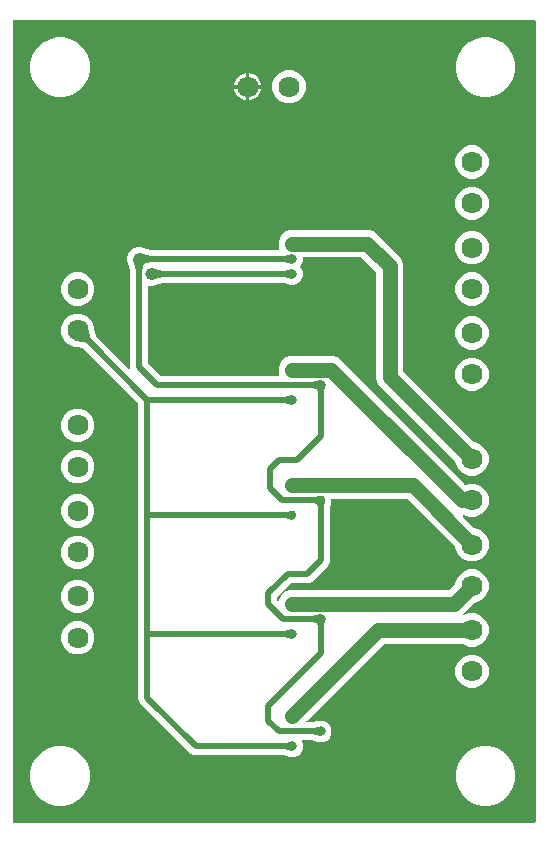
<source format=gbr>
G04 EAGLE Gerber RS-274X export*
G75*
%MOMM*%
%FSLAX34Y34*%
%LPD*%
%INBottom Copper*%
%IPPOS*%
%AMOC8*
5,1,8,0,0,1.08239X$1,22.5*%
G01*
%ADD10C,1.790700*%
%ADD11C,1.270000*%
%ADD12C,1.006400*%
%ADD13C,0.806400*%
%ADD14C,0.508000*%
%ADD15C,0.756400*%
%ADD16C,0.956400*%

G36*
X451798Y10164D02*
X451798Y10164D01*
X451817Y10162D01*
X451919Y10184D01*
X452021Y10200D01*
X452038Y10210D01*
X452058Y10214D01*
X452147Y10267D01*
X452238Y10316D01*
X452252Y10330D01*
X452269Y10340D01*
X452336Y10419D01*
X452408Y10494D01*
X452416Y10512D01*
X452429Y10527D01*
X452468Y10623D01*
X452511Y10717D01*
X452513Y10737D01*
X452521Y10755D01*
X452539Y10922D01*
X452539Y689078D01*
X452536Y689098D01*
X452538Y689117D01*
X452516Y689219D01*
X452500Y689321D01*
X452490Y689338D01*
X452486Y689358D01*
X452433Y689447D01*
X452384Y689538D01*
X452370Y689552D01*
X452360Y689569D01*
X452281Y689636D01*
X452206Y689708D01*
X452188Y689716D01*
X452173Y689729D01*
X452077Y689768D01*
X451983Y689811D01*
X451963Y689813D01*
X451945Y689821D01*
X451778Y689839D01*
X10922Y689839D01*
X10902Y689836D01*
X10883Y689838D01*
X10781Y689816D01*
X10679Y689800D01*
X10662Y689790D01*
X10642Y689786D01*
X10553Y689733D01*
X10462Y689684D01*
X10448Y689670D01*
X10431Y689660D01*
X10364Y689581D01*
X10292Y689506D01*
X10284Y689488D01*
X10271Y689473D01*
X10232Y689377D01*
X10189Y689283D01*
X10187Y689263D01*
X10179Y689245D01*
X10161Y689078D01*
X10161Y10922D01*
X10164Y10902D01*
X10162Y10883D01*
X10184Y10781D01*
X10200Y10679D01*
X10210Y10662D01*
X10214Y10642D01*
X10267Y10553D01*
X10316Y10462D01*
X10330Y10448D01*
X10340Y10431D01*
X10419Y10364D01*
X10494Y10292D01*
X10512Y10284D01*
X10527Y10271D01*
X10623Y10232D01*
X10717Y10189D01*
X10737Y10187D01*
X10755Y10179D01*
X10922Y10161D01*
X451778Y10161D01*
X451798Y10164D01*
G37*
%LPC*%
G36*
X245322Y65793D02*
X245322Y65793D01*
X245310Y65794D01*
X245299Y65799D01*
X245132Y65817D01*
X244567Y65817D01*
X243539Y66243D01*
X243507Y66251D01*
X243437Y66277D01*
X239511Y67285D01*
X239499Y67286D01*
X239488Y67291D01*
X239321Y67309D01*
X163584Y67309D01*
X160783Y68469D01*
X117237Y112015D01*
X116077Y114816D01*
X116077Y364828D01*
X116063Y364918D01*
X116055Y365009D01*
X116043Y365039D01*
X116038Y365071D01*
X115995Y365152D01*
X115959Y365235D01*
X115933Y365268D01*
X115922Y365288D01*
X115899Y365310D01*
X115854Y365366D01*
X69550Y411671D01*
X69543Y411675D01*
X69538Y411682D01*
X69443Y411748D01*
X69350Y411814D01*
X69342Y411817D01*
X69335Y411821D01*
X69177Y411875D01*
X68244Y412082D01*
X64812Y412843D01*
X64812Y412844D01*
X63316Y413175D01*
X63315Y413175D01*
X63314Y413176D01*
X63310Y413176D01*
X63149Y413194D01*
X61978Y413194D01*
X60595Y413767D01*
X60564Y413774D01*
X60468Y413807D01*
X60251Y413855D01*
X60132Y413939D01*
X60130Y413940D01*
X60127Y413941D01*
X59985Y414020D01*
X56820Y415330D01*
X52872Y419278D01*
X50736Y424436D01*
X50736Y430020D01*
X52872Y435178D01*
X56820Y439126D01*
X61978Y441262D01*
X67562Y441262D01*
X72720Y439126D01*
X76668Y435178D01*
X77978Y432013D01*
X77981Y432010D01*
X78058Y431868D01*
X78143Y431746D01*
X78191Y431530D01*
X78203Y431501D01*
X78231Y431403D01*
X78804Y430020D01*
X78804Y428849D01*
X78805Y428845D01*
X78807Y428824D01*
X78805Y428809D01*
X78812Y428778D01*
X78822Y428684D01*
X80123Y422821D01*
X80126Y422814D01*
X80126Y422805D01*
X80171Y422700D01*
X80214Y422593D01*
X80219Y422587D01*
X80223Y422579D01*
X80327Y422448D01*
X107920Y394856D01*
X107978Y394814D01*
X108030Y394764D01*
X108077Y394742D01*
X108119Y394712D01*
X108188Y394691D01*
X108253Y394661D01*
X108305Y394655D01*
X108355Y394640D01*
X108426Y394642D01*
X108497Y394634D01*
X108548Y394645D01*
X108600Y394646D01*
X108668Y394671D01*
X108738Y394686D01*
X108782Y394713D01*
X108831Y394730D01*
X108887Y394775D01*
X108949Y394812D01*
X108983Y394852D01*
X109023Y394884D01*
X109062Y394944D01*
X109109Y394999D01*
X109128Y395047D01*
X109156Y395091D01*
X109174Y395161D01*
X109201Y395227D01*
X109209Y395298D01*
X109217Y395330D01*
X109215Y395353D01*
X109219Y395394D01*
X109219Y477496D01*
X109216Y477519D01*
X109218Y477542D01*
X109190Y477707D01*
X107292Y484294D01*
X107279Y484320D01*
X107263Y484374D01*
X106727Y485668D01*
X106727Y486144D01*
X106724Y486167D01*
X106726Y486190D01*
X106702Y486329D01*
X106722Y486510D01*
X106721Y486539D01*
X106727Y486596D01*
X106727Y489692D01*
X108267Y493408D01*
X111112Y496253D01*
X114828Y497793D01*
X117925Y497793D01*
X117953Y497797D01*
X118010Y497798D01*
X118192Y497818D01*
X118209Y497811D01*
X118376Y497793D01*
X118852Y497793D01*
X120146Y497257D01*
X120174Y497250D01*
X120227Y497228D01*
X126813Y495330D01*
X126836Y495328D01*
X126857Y495319D01*
X127024Y495301D01*
X234972Y495301D01*
X235017Y495308D01*
X235063Y495306D01*
X235138Y495328D01*
X235215Y495340D01*
X235255Y495362D01*
X235299Y495375D01*
X235363Y495419D01*
X235432Y495456D01*
X235464Y495489D01*
X235502Y495515D01*
X235548Y495578D01*
X235602Y495634D01*
X235621Y495676D01*
X235648Y495712D01*
X235672Y495786D01*
X235705Y495857D01*
X235710Y495903D01*
X235724Y495946D01*
X235724Y496024D01*
X235732Y496101D01*
X235723Y496146D01*
X235722Y496192D01*
X235684Y496324D01*
X235680Y496342D01*
X235677Y496346D01*
X235675Y496353D01*
X234949Y498106D01*
X234949Y502654D01*
X236690Y506855D01*
X239905Y510070D01*
X244106Y511811D01*
X312154Y511811D01*
X316355Y510070D01*
X338620Y487805D01*
X340361Y483604D01*
X340361Y393162D01*
X340375Y393072D01*
X340383Y392981D01*
X340395Y392951D01*
X340400Y392919D01*
X340443Y392839D01*
X340479Y392755D01*
X340505Y392723D01*
X340516Y392702D01*
X340539Y392680D01*
X340584Y392624D01*
X400688Y332519D01*
X400762Y332466D01*
X400832Y332407D01*
X400862Y332394D01*
X400888Y332376D01*
X400975Y332349D01*
X401060Y332315D01*
X401101Y332310D01*
X401123Y332303D01*
X401155Y332304D01*
X401227Y332296D01*
X401572Y332296D01*
X406730Y330160D01*
X410678Y326212D01*
X412814Y321054D01*
X412814Y315470D01*
X410678Y310312D01*
X406730Y306364D01*
X401572Y304228D01*
X395988Y304228D01*
X390830Y306364D01*
X386882Y310312D01*
X384746Y315470D01*
X384746Y315815D01*
X384731Y315906D01*
X384724Y315996D01*
X384711Y316026D01*
X384706Y316058D01*
X384663Y316139D01*
X384628Y316223D01*
X384602Y316255D01*
X384591Y316276D01*
X384568Y316298D01*
X384523Y316354D01*
X322562Y378314D01*
X322562Y378315D01*
X319240Y381637D01*
X317499Y385838D01*
X317499Y476280D01*
X317485Y476370D01*
X317477Y476461D01*
X317465Y476491D01*
X317460Y476523D01*
X317417Y476603D01*
X317381Y476687D01*
X317355Y476719D01*
X317344Y476740D01*
X317321Y476762D01*
X317276Y476818D01*
X305368Y488726D01*
X305294Y488779D01*
X305225Y488839D01*
X305195Y488851D01*
X305168Y488870D01*
X305082Y488897D01*
X304997Y488931D01*
X304956Y488935D01*
X304933Y488942D01*
X304901Y488941D01*
X304830Y488949D01*
X256254Y488949D01*
X256234Y488946D01*
X256215Y488948D01*
X256113Y488926D01*
X256011Y488910D01*
X255994Y488900D01*
X255974Y488896D01*
X255885Y488843D01*
X255794Y488794D01*
X255780Y488780D01*
X255763Y488770D01*
X255696Y488691D01*
X255624Y488616D01*
X255616Y488598D01*
X255603Y488583D01*
X255564Y488487D01*
X255521Y488393D01*
X255519Y488373D01*
X255511Y488355D01*
X255493Y488188D01*
X255493Y485867D01*
X254105Y482518D01*
X253456Y481868D01*
X253444Y481852D01*
X253428Y481840D01*
X253372Y481752D01*
X253312Y481669D01*
X253306Y481650D01*
X253295Y481633D01*
X253270Y481532D01*
X253240Y481433D01*
X253240Y481414D01*
X253235Y481394D01*
X253243Y481291D01*
X253246Y481188D01*
X253253Y481169D01*
X253255Y481149D01*
X253295Y481054D01*
X253331Y480957D01*
X253343Y480941D01*
X253351Y480923D01*
X253456Y480792D01*
X254105Y480142D01*
X255493Y476793D01*
X255493Y473167D01*
X254105Y469818D01*
X251542Y467255D01*
X248193Y465867D01*
X246273Y465867D01*
X246241Y465862D01*
X246166Y465860D01*
X245582Y465777D01*
X245322Y465843D01*
X245310Y465844D01*
X245299Y465849D01*
X245132Y465867D01*
X244567Y465867D01*
X243539Y466293D01*
X243507Y466301D01*
X243437Y466327D01*
X239510Y467335D01*
X239499Y467336D01*
X239488Y467341D01*
X239321Y467359D01*
X137184Y467359D01*
X137161Y467356D01*
X137138Y467358D01*
X136973Y467330D01*
X130386Y465432D01*
X130360Y465419D01*
X130306Y465403D01*
X129012Y464867D01*
X128536Y464867D01*
X128513Y464864D01*
X128490Y464866D01*
X128351Y464842D01*
X128170Y464862D01*
X128141Y464861D01*
X128084Y464867D01*
X125222Y464867D01*
X125202Y464864D01*
X125183Y464866D01*
X125081Y464844D01*
X124979Y464828D01*
X124962Y464818D01*
X124942Y464814D01*
X124853Y464761D01*
X124762Y464712D01*
X124748Y464698D01*
X124731Y464688D01*
X124664Y464609D01*
X124592Y464534D01*
X124584Y464516D01*
X124571Y464501D01*
X124532Y464405D01*
X124489Y464311D01*
X124487Y464291D01*
X124479Y464273D01*
X124461Y464106D01*
X124461Y399712D01*
X124475Y399622D01*
X124483Y399531D01*
X124495Y399501D01*
X124500Y399469D01*
X124543Y399388D01*
X124579Y399305D01*
X124605Y399272D01*
X124616Y399252D01*
X124639Y399230D01*
X124684Y399174D01*
X135014Y388844D01*
X135088Y388791D01*
X135157Y388731D01*
X135187Y388719D01*
X135213Y388700D01*
X135300Y388673D01*
X135385Y388639D01*
X135426Y388635D01*
X135448Y388628D01*
X135481Y388629D01*
X135552Y388621D01*
X234972Y388621D01*
X235017Y388628D01*
X235063Y388626D01*
X235138Y388648D01*
X235215Y388660D01*
X235255Y388682D01*
X235299Y388695D01*
X235363Y388739D01*
X235432Y388776D01*
X235464Y388809D01*
X235502Y388835D01*
X235548Y388898D01*
X235602Y388954D01*
X235621Y388996D01*
X235648Y389032D01*
X235672Y389106D01*
X235705Y389177D01*
X235710Y389223D01*
X235724Y389266D01*
X235724Y389344D01*
X235732Y389421D01*
X235723Y389466D01*
X235722Y389512D01*
X235684Y389644D01*
X235680Y389662D01*
X235677Y389666D01*
X235675Y389673D01*
X234949Y391426D01*
X234949Y395974D01*
X236690Y400175D01*
X239905Y403390D01*
X244106Y405131D01*
X281674Y405131D01*
X285875Y403390D01*
X392824Y296442D01*
X392918Y296374D01*
X393012Y296304D01*
X393018Y296302D01*
X393023Y296298D01*
X393134Y296264D01*
X393246Y296228D01*
X393252Y296228D01*
X393258Y296226D01*
X393375Y296229D01*
X393492Y296230D01*
X393499Y296232D01*
X393504Y296232D01*
X393522Y296239D01*
X393653Y296277D01*
X395988Y297244D01*
X401572Y297244D01*
X406730Y295108D01*
X410678Y291160D01*
X412814Y286002D01*
X412814Y280418D01*
X410678Y275260D01*
X406730Y271312D01*
X401572Y269176D01*
X395988Y269176D01*
X392104Y270785D01*
X392009Y270807D01*
X391916Y270836D01*
X391890Y270835D01*
X391864Y270841D01*
X391768Y270832D01*
X391670Y270829D01*
X391646Y270820D01*
X391620Y270818D01*
X391530Y270778D01*
X391439Y270745D01*
X391419Y270728D01*
X391395Y270718D01*
X391323Y270652D01*
X391247Y270591D01*
X391233Y270569D01*
X391214Y270551D01*
X391167Y270466D01*
X391114Y270384D01*
X391108Y270359D01*
X391095Y270336D01*
X391078Y270240D01*
X391054Y270146D01*
X391056Y270120D01*
X391051Y270094D01*
X391066Y269997D01*
X391073Y269900D01*
X391083Y269876D01*
X391087Y269851D01*
X391131Y269764D01*
X391169Y269674D01*
X391190Y269649D01*
X391199Y269631D01*
X391222Y269608D01*
X391274Y269543D01*
X400688Y260129D01*
X400762Y260076D01*
X400832Y260017D01*
X400862Y260004D01*
X400888Y259986D01*
X400975Y259959D01*
X401060Y259925D01*
X401101Y259920D01*
X401123Y259913D01*
X401155Y259914D01*
X401227Y259906D01*
X401572Y259906D01*
X406730Y257770D01*
X410678Y253822D01*
X412814Y248664D01*
X412814Y243080D01*
X410678Y237922D01*
X406730Y233974D01*
X401572Y231838D01*
X395988Y231838D01*
X390830Y233974D01*
X386882Y237922D01*
X384746Y243080D01*
X384746Y243425D01*
X384731Y243516D01*
X384724Y243606D01*
X384711Y243636D01*
X384706Y243668D01*
X384663Y243749D01*
X384628Y243833D01*
X384602Y243865D01*
X384591Y243886D01*
X384568Y243908D01*
X384523Y243964D01*
X344230Y284256D01*
X344156Y284309D01*
X344087Y284369D01*
X344057Y284381D01*
X344030Y284400D01*
X343944Y284427D01*
X343859Y284461D01*
X343818Y284465D01*
X343795Y284472D01*
X343763Y284471D01*
X343692Y284479D01*
X280134Y284479D01*
X280114Y284476D01*
X280095Y284478D01*
X279993Y284456D01*
X279891Y284440D01*
X279874Y284430D01*
X279854Y284426D01*
X279765Y284373D01*
X279674Y284324D01*
X279660Y284310D01*
X279643Y284300D01*
X279576Y284221D01*
X279504Y284146D01*
X279496Y284128D01*
X279483Y284113D01*
X279444Y284017D01*
X279401Y283923D01*
X279399Y283903D01*
X279391Y283885D01*
X279373Y283718D01*
X279373Y283335D01*
X279378Y283302D01*
X279382Y283218D01*
X279480Y282586D01*
X279394Y282235D01*
X279394Y282228D01*
X279391Y282222D01*
X279373Y282055D01*
X279373Y281447D01*
X278982Y280504D01*
X278974Y280471D01*
X278946Y280392D01*
X278152Y277134D01*
X278152Y277127D01*
X278149Y277121D01*
X278131Y276954D01*
X278131Y230894D01*
X276971Y228093D01*
X263397Y214519D01*
X260596Y213359D01*
X246042Y213359D01*
X245952Y213345D01*
X245861Y213337D01*
X245831Y213325D01*
X245799Y213320D01*
X245718Y213277D01*
X245635Y213241D01*
X245602Y213215D01*
X245582Y213204D01*
X245560Y213181D01*
X245504Y213136D01*
X233904Y201536D01*
X233851Y201462D01*
X233791Y201393D01*
X233779Y201363D01*
X233760Y201337D01*
X233733Y201250D01*
X233699Y201165D01*
X233695Y201124D01*
X233688Y201102D01*
X233689Y201069D01*
X233681Y200998D01*
X233681Y199052D01*
X233695Y198962D01*
X233703Y198871D01*
X233715Y198841D01*
X233720Y198809D01*
X233763Y198729D01*
X233799Y198645D01*
X233825Y198612D01*
X233836Y198592D01*
X233859Y198570D01*
X233904Y198514D01*
X234031Y198387D01*
X234068Y198360D01*
X234099Y198326D01*
X234167Y198288D01*
X234230Y198243D01*
X234274Y198230D01*
X234315Y198207D01*
X234391Y198194D01*
X234465Y198171D01*
X234511Y198172D01*
X234557Y198164D01*
X234634Y198175D01*
X234711Y198177D01*
X234754Y198193D01*
X234800Y198199D01*
X234869Y198235D01*
X234942Y198261D01*
X234978Y198290D01*
X235019Y198311D01*
X235074Y198367D01*
X235134Y198415D01*
X235159Y198454D01*
X235191Y198487D01*
X235257Y198606D01*
X235267Y198622D01*
X235269Y198627D01*
X235272Y198634D01*
X236690Y202055D01*
X239905Y205270D01*
X244106Y207011D01*
X378490Y207011D01*
X378580Y207025D01*
X378671Y207033D01*
X378701Y207045D01*
X378733Y207050D01*
X378813Y207093D01*
X378897Y207129D01*
X378929Y207155D01*
X378950Y207166D01*
X378972Y207189D01*
X379028Y207234D01*
X384523Y212728D01*
X384576Y212802D01*
X384635Y212872D01*
X384648Y212902D01*
X384666Y212928D01*
X384693Y213015D01*
X384727Y213100D01*
X384732Y213141D01*
X384739Y213163D01*
X384738Y213195D01*
X384746Y213267D01*
X384746Y213612D01*
X386882Y218770D01*
X390830Y222718D01*
X395988Y224854D01*
X401572Y224854D01*
X406730Y222718D01*
X410678Y218770D01*
X412814Y213612D01*
X412814Y208028D01*
X410678Y202870D01*
X406730Y198922D01*
X401572Y196786D01*
X401227Y196786D01*
X401136Y196771D01*
X401046Y196764D01*
X401016Y196751D01*
X400984Y196746D01*
X400903Y196703D01*
X400819Y196668D01*
X400787Y196642D01*
X400766Y196631D01*
X400744Y196608D01*
X400688Y196563D01*
X393338Y189212D01*
X393337Y189212D01*
X391274Y187149D01*
X391217Y187070D01*
X391155Y186995D01*
X391146Y186970D01*
X391131Y186949D01*
X391102Y186856D01*
X391067Y186765D01*
X391066Y186739D01*
X391058Y186714D01*
X391061Y186617D01*
X391057Y186519D01*
X391064Y186494D01*
X391065Y186468D01*
X391098Y186377D01*
X391125Y186283D01*
X391140Y186262D01*
X391149Y186237D01*
X391210Y186161D01*
X391266Y186081D01*
X391287Y186065D01*
X391303Y186045D01*
X391385Y185992D01*
X391463Y185934D01*
X391488Y185926D01*
X391510Y185912D01*
X391604Y185888D01*
X391697Y185858D01*
X391723Y185858D01*
X391748Y185852D01*
X391845Y185860D01*
X391943Y185860D01*
X391974Y185870D01*
X391994Y185871D01*
X392024Y185884D01*
X392104Y185907D01*
X395988Y187516D01*
X401572Y187516D01*
X406730Y185380D01*
X410678Y181432D01*
X412814Y176274D01*
X412814Y170690D01*
X410678Y165532D01*
X406730Y161584D01*
X401572Y159448D01*
X395988Y159448D01*
X390830Y161584D01*
X390586Y161828D01*
X390512Y161881D01*
X390443Y161941D01*
X390413Y161953D01*
X390387Y161972D01*
X390300Y161999D01*
X390215Y162033D01*
X390174Y162037D01*
X390151Y162044D01*
X390119Y162043D01*
X390048Y162051D01*
X324582Y162051D01*
X324492Y162037D01*
X324401Y162029D01*
X324371Y162017D01*
X324339Y162012D01*
X324259Y161969D01*
X324175Y161933D01*
X324143Y161907D01*
X324122Y161896D01*
X324100Y161873D01*
X324044Y161828D01*
X258766Y96550D01*
X258724Y96492D01*
X258675Y96440D01*
X258653Y96393D01*
X258622Y96351D01*
X258601Y96282D01*
X258571Y96217D01*
X258565Y96165D01*
X258550Y96115D01*
X258552Y96044D01*
X258544Y95973D01*
X258555Y95922D01*
X258556Y95870D01*
X258581Y95802D01*
X258596Y95732D01*
X258623Y95687D01*
X258641Y95639D01*
X258686Y95583D01*
X258722Y95521D01*
X258762Y95487D01*
X258794Y95447D01*
X258855Y95408D01*
X258909Y95361D01*
X258957Y95342D01*
X259001Y95314D01*
X259071Y95296D01*
X259137Y95269D01*
X259209Y95261D01*
X259240Y95253D01*
X259263Y95255D01*
X259304Y95251D01*
X263451Y95251D01*
X263463Y95253D01*
X263474Y95251D01*
X263640Y95275D01*
X267567Y96283D01*
X267597Y96296D01*
X267669Y96317D01*
X268697Y96743D01*
X269263Y96743D01*
X269274Y96745D01*
X269286Y96743D01*
X269452Y96767D01*
X269712Y96833D01*
X270296Y96750D01*
X270329Y96751D01*
X270403Y96743D01*
X272323Y96743D01*
X275672Y95355D01*
X278235Y92792D01*
X279623Y89443D01*
X279623Y85817D01*
X278235Y82468D01*
X275672Y79905D01*
X272323Y78517D01*
X270403Y78517D01*
X270371Y78512D01*
X270296Y78510D01*
X269712Y78427D01*
X269452Y78493D01*
X269440Y78494D01*
X269429Y78499D01*
X269262Y78517D01*
X268697Y78517D01*
X267669Y78943D01*
X267637Y78951D01*
X267567Y78977D01*
X263640Y79985D01*
X263629Y79986D01*
X263618Y79991D01*
X263451Y80009D01*
X255279Y80009D01*
X255234Y80002D01*
X255188Y80004D01*
X255113Y79982D01*
X255036Y79970D01*
X254996Y79948D01*
X254952Y79935D01*
X254888Y79891D01*
X254819Y79854D01*
X254787Y79821D01*
X254749Y79795D01*
X254703Y79733D01*
X254649Y79676D01*
X254630Y79634D01*
X254603Y79598D01*
X254579Y79524D01*
X254546Y79453D01*
X254541Y79407D01*
X254527Y79364D01*
X254527Y79286D01*
X254519Y79209D01*
X254528Y79164D01*
X254529Y79118D01*
X254567Y78986D01*
X254571Y78968D01*
X254574Y78964D01*
X254576Y78957D01*
X255493Y76743D01*
X255493Y73117D01*
X254105Y69768D01*
X251542Y67205D01*
X248193Y65817D01*
X246273Y65817D01*
X246241Y65812D01*
X246166Y65810D01*
X245582Y65727D01*
X245322Y65793D01*
G37*
%LPD*%
%LPC*%
G36*
X406848Y624839D02*
X406848Y624839D01*
X400448Y626554D01*
X394711Y629866D01*
X390026Y634551D01*
X386714Y640288D01*
X384999Y646688D01*
X384999Y653312D01*
X386714Y659712D01*
X390026Y665449D01*
X394711Y670134D01*
X400448Y673446D01*
X406848Y675161D01*
X413472Y675161D01*
X419872Y673446D01*
X425609Y670134D01*
X430294Y665449D01*
X433606Y659712D01*
X435321Y653312D01*
X435321Y646688D01*
X433606Y640288D01*
X430294Y634551D01*
X425609Y629866D01*
X419872Y626554D01*
X413472Y624839D01*
X406848Y624839D01*
G37*
%LPD*%
%LPC*%
G36*
X46688Y624839D02*
X46688Y624839D01*
X40288Y626554D01*
X34551Y629866D01*
X29866Y634551D01*
X26554Y640288D01*
X24839Y646688D01*
X24839Y653312D01*
X26554Y659712D01*
X29866Y665449D01*
X34551Y670134D01*
X40288Y673446D01*
X46688Y675161D01*
X53312Y675161D01*
X59712Y673446D01*
X65449Y670134D01*
X70134Y665449D01*
X73446Y659712D01*
X75161Y653312D01*
X75161Y646688D01*
X73446Y640288D01*
X70134Y634551D01*
X65449Y629866D01*
X59712Y626554D01*
X53312Y624839D01*
X46688Y624839D01*
G37*
%LPD*%
%LPC*%
G36*
X406848Y24839D02*
X406848Y24839D01*
X400448Y26554D01*
X394711Y29866D01*
X390026Y34551D01*
X386714Y40288D01*
X384999Y46688D01*
X384999Y53312D01*
X386714Y59712D01*
X390026Y65449D01*
X394711Y70134D01*
X400448Y73446D01*
X406848Y75161D01*
X413472Y75161D01*
X419872Y73446D01*
X425609Y70134D01*
X430294Y65449D01*
X433606Y59712D01*
X435321Y53312D01*
X435321Y46688D01*
X433606Y40288D01*
X430294Y34551D01*
X425609Y29866D01*
X419872Y26554D01*
X413472Y24839D01*
X406848Y24839D01*
G37*
%LPD*%
%LPC*%
G36*
X46688Y24839D02*
X46688Y24839D01*
X40288Y26554D01*
X34551Y29866D01*
X29866Y34551D01*
X26554Y40288D01*
X24839Y46688D01*
X24839Y53312D01*
X26554Y59712D01*
X29866Y65449D01*
X34551Y70134D01*
X40288Y73446D01*
X46688Y75161D01*
X53312Y75161D01*
X59712Y73446D01*
X65449Y70134D01*
X70134Y65449D01*
X73446Y59712D01*
X75161Y53312D01*
X75161Y46688D01*
X73446Y40288D01*
X70134Y34551D01*
X65449Y29866D01*
X59712Y26554D01*
X53312Y24839D01*
X46688Y24839D01*
G37*
%LPD*%
%LPC*%
G36*
X241048Y619406D02*
X241048Y619406D01*
X235890Y621542D01*
X231942Y625490D01*
X229806Y630648D01*
X229806Y636232D01*
X231942Y641390D01*
X235890Y645338D01*
X241048Y647474D01*
X246632Y647474D01*
X251790Y645338D01*
X255738Y641390D01*
X257874Y636232D01*
X257874Y630648D01*
X255738Y625490D01*
X251790Y621542D01*
X246632Y619406D01*
X241048Y619406D01*
G37*
%LPD*%
%LPC*%
G36*
X395988Y555688D02*
X395988Y555688D01*
X390830Y557824D01*
X386882Y561772D01*
X384746Y566930D01*
X384746Y572514D01*
X386882Y577672D01*
X390830Y581620D01*
X395988Y583756D01*
X401572Y583756D01*
X406730Y581620D01*
X410678Y577672D01*
X412814Y572514D01*
X412814Y566930D01*
X410678Y561772D01*
X406730Y557824D01*
X401572Y555688D01*
X395988Y555688D01*
G37*
%LPD*%
%LPC*%
G36*
X395988Y520636D02*
X395988Y520636D01*
X390830Y522772D01*
X386882Y526720D01*
X384746Y531878D01*
X384746Y537462D01*
X386882Y542620D01*
X390830Y546568D01*
X395988Y548704D01*
X401572Y548704D01*
X406730Y546568D01*
X410678Y542620D01*
X412814Y537462D01*
X412814Y531878D01*
X410678Y526720D01*
X406730Y522772D01*
X401572Y520636D01*
X395988Y520636D01*
G37*
%LPD*%
%LPC*%
G36*
X395988Y483298D02*
X395988Y483298D01*
X390830Y485434D01*
X386882Y489382D01*
X384746Y494540D01*
X384746Y500124D01*
X386882Y505282D01*
X390830Y509230D01*
X395988Y511366D01*
X401572Y511366D01*
X406730Y509230D01*
X410678Y505282D01*
X412814Y500124D01*
X412814Y494540D01*
X410678Y489382D01*
X406730Y485434D01*
X401572Y483298D01*
X395988Y483298D01*
G37*
%LPD*%
%LPC*%
G36*
X61978Y448246D02*
X61978Y448246D01*
X56820Y450382D01*
X52872Y454330D01*
X50736Y459488D01*
X50736Y465072D01*
X52872Y470230D01*
X56820Y474178D01*
X61978Y476314D01*
X67562Y476314D01*
X72720Y474178D01*
X76668Y470230D01*
X78804Y465072D01*
X78804Y459488D01*
X76668Y454330D01*
X72720Y450382D01*
X67562Y448246D01*
X61978Y448246D01*
G37*
%LPD*%
%LPC*%
G36*
X395988Y448246D02*
X395988Y448246D01*
X390830Y450382D01*
X386882Y454330D01*
X384746Y459488D01*
X384746Y465072D01*
X386882Y470230D01*
X390830Y474178D01*
X395988Y476314D01*
X401572Y476314D01*
X406730Y474178D01*
X410678Y470230D01*
X412814Y465072D01*
X412814Y459488D01*
X410678Y454330D01*
X406730Y450382D01*
X401572Y448246D01*
X395988Y448246D01*
G37*
%LPD*%
%LPC*%
G36*
X395988Y410908D02*
X395988Y410908D01*
X390830Y413044D01*
X386882Y416992D01*
X384746Y422150D01*
X384746Y427734D01*
X386882Y432892D01*
X390830Y436840D01*
X395988Y438976D01*
X401572Y438976D01*
X406730Y436840D01*
X410678Y432892D01*
X412814Y427734D01*
X412814Y422150D01*
X410678Y416992D01*
X406730Y413044D01*
X401572Y410908D01*
X395988Y410908D01*
G37*
%LPD*%
%LPC*%
G36*
X395988Y375856D02*
X395988Y375856D01*
X390830Y377992D01*
X386882Y381940D01*
X384746Y387098D01*
X384746Y392682D01*
X386882Y397840D01*
X390830Y401788D01*
X395988Y403924D01*
X401572Y403924D01*
X406730Y401788D01*
X410678Y397840D01*
X412814Y392682D01*
X412814Y387098D01*
X410678Y381940D01*
X406730Y377992D01*
X401572Y375856D01*
X395988Y375856D01*
G37*
%LPD*%
%LPC*%
G36*
X61978Y332676D02*
X61978Y332676D01*
X56820Y334812D01*
X52872Y338760D01*
X50736Y343918D01*
X50736Y349502D01*
X52872Y354660D01*
X56820Y358608D01*
X61978Y360744D01*
X67562Y360744D01*
X72720Y358608D01*
X76668Y354660D01*
X78804Y349502D01*
X78804Y343918D01*
X76668Y338760D01*
X72720Y334812D01*
X67562Y332676D01*
X61978Y332676D01*
G37*
%LPD*%
%LPC*%
G36*
X61978Y297624D02*
X61978Y297624D01*
X56820Y299760D01*
X52872Y303708D01*
X50736Y308866D01*
X50736Y314450D01*
X52872Y319608D01*
X56820Y323556D01*
X61978Y325692D01*
X67562Y325692D01*
X72720Y323556D01*
X76668Y319608D01*
X78804Y314450D01*
X78804Y308866D01*
X76668Y303708D01*
X72720Y299760D01*
X67562Y297624D01*
X61978Y297624D01*
G37*
%LPD*%
%LPC*%
G36*
X61978Y260286D02*
X61978Y260286D01*
X56820Y262422D01*
X52872Y266370D01*
X50736Y271528D01*
X50736Y277112D01*
X52872Y282270D01*
X56820Y286218D01*
X61978Y288354D01*
X67562Y288354D01*
X72720Y286218D01*
X76668Y282270D01*
X78804Y277112D01*
X78804Y271528D01*
X76668Y266370D01*
X72720Y262422D01*
X67562Y260286D01*
X61978Y260286D01*
G37*
%LPD*%
%LPC*%
G36*
X61978Y225234D02*
X61978Y225234D01*
X56820Y227370D01*
X52872Y231318D01*
X50736Y236476D01*
X50736Y242060D01*
X52872Y247218D01*
X56820Y251166D01*
X61978Y253302D01*
X67562Y253302D01*
X72720Y251166D01*
X76668Y247218D01*
X78804Y242060D01*
X78804Y236476D01*
X76668Y231318D01*
X72720Y227370D01*
X67562Y225234D01*
X61978Y225234D01*
G37*
%LPD*%
%LPC*%
G36*
X61978Y187896D02*
X61978Y187896D01*
X56820Y190032D01*
X52872Y193980D01*
X50736Y199138D01*
X50736Y204722D01*
X52872Y209880D01*
X56820Y213828D01*
X61978Y215964D01*
X67562Y215964D01*
X72720Y213828D01*
X76668Y209880D01*
X78804Y204722D01*
X78804Y199138D01*
X76668Y193980D01*
X72720Y190032D01*
X67562Y187896D01*
X61978Y187896D01*
G37*
%LPD*%
%LPC*%
G36*
X61978Y152844D02*
X61978Y152844D01*
X56820Y154980D01*
X52872Y158928D01*
X50736Y164086D01*
X50736Y169670D01*
X52872Y174828D01*
X56820Y178776D01*
X61978Y180912D01*
X67562Y180912D01*
X72720Y178776D01*
X76668Y174828D01*
X78804Y169670D01*
X78804Y164086D01*
X76668Y158928D01*
X72720Y154980D01*
X67562Y152844D01*
X61978Y152844D01*
G37*
%LPD*%
%LPC*%
G36*
X395988Y124396D02*
X395988Y124396D01*
X390830Y126532D01*
X386882Y130480D01*
X384746Y135638D01*
X384746Y141222D01*
X386882Y146380D01*
X390830Y150328D01*
X395988Y152464D01*
X401572Y152464D01*
X406730Y150328D01*
X410678Y146380D01*
X412814Y141222D01*
X412814Y135638D01*
X410678Y130480D01*
X406730Y126532D01*
X401572Y124396D01*
X395988Y124396D01*
G37*
%LPD*%
%LPC*%
G36*
X210311Y634963D02*
X210311Y634963D01*
X210311Y644836D01*
X211480Y644651D01*
X213200Y644092D01*
X214812Y643271D01*
X216276Y642207D01*
X217555Y640928D01*
X218619Y639464D01*
X219440Y637852D01*
X219999Y636132D01*
X220184Y634963D01*
X210311Y634963D01*
G37*
%LPD*%
%LPC*%
G36*
X197392Y634963D02*
X197392Y634963D01*
X197577Y636132D01*
X198136Y637852D01*
X198957Y639464D01*
X200021Y640928D01*
X201300Y642207D01*
X202764Y643271D01*
X204376Y644092D01*
X206096Y644651D01*
X207265Y644836D01*
X207265Y634963D01*
X197392Y634963D01*
G37*
%LPD*%
%LPC*%
G36*
X210311Y631917D02*
X210311Y631917D01*
X220184Y631917D01*
X219999Y630748D01*
X219440Y629028D01*
X218619Y627416D01*
X217555Y625952D01*
X216276Y624673D01*
X214812Y623609D01*
X213200Y622788D01*
X211480Y622229D01*
X210311Y622044D01*
X210311Y631917D01*
G37*
%LPD*%
%LPC*%
G36*
X206096Y622229D02*
X206096Y622229D01*
X204376Y622788D01*
X202764Y623609D01*
X201300Y624673D01*
X200021Y625952D01*
X198957Y627416D01*
X198136Y629028D01*
X197577Y630748D01*
X197392Y631917D01*
X207265Y631917D01*
X207265Y622044D01*
X206096Y622229D01*
G37*
%LPD*%
%LPC*%
G36*
X208787Y633439D02*
X208787Y633439D01*
X208787Y633441D01*
X208789Y633441D01*
X208789Y633439D01*
X208787Y633439D01*
G37*
%LPD*%
D10*
X64770Y462280D03*
X64770Y427228D03*
X64770Y346710D03*
X64770Y311658D03*
X64770Y274320D03*
X64770Y239268D03*
X398780Y210820D03*
X398780Y245872D03*
X398780Y283210D03*
X398780Y318262D03*
X398780Y389890D03*
X398780Y424942D03*
X398780Y462280D03*
X398780Y497332D03*
X398780Y534670D03*
X398780Y569722D03*
X243840Y633440D03*
X208788Y633440D03*
X64770Y201930D03*
X64770Y166878D03*
X398780Y138430D03*
X398780Y173482D03*
D11*
X398780Y318262D02*
X397002Y320040D01*
X328930Y481330D02*
X309880Y500380D01*
X246380Y500380D01*
D12*
X246380Y500380D03*
D11*
X328930Y388112D02*
X398780Y318262D01*
X328930Y388112D02*
X328930Y481330D01*
D13*
X246380Y474980D03*
D12*
X127000Y474980D03*
D14*
X136000Y474980D01*
X240380Y474980D01*
X246380Y474980D01*
D13*
X246380Y368300D03*
D14*
X123698Y368300D02*
X73211Y418787D01*
X64770Y427228D01*
X240380Y368300D02*
X246380Y368300D01*
X240380Y368300D02*
X123698Y368300D01*
D15*
X246380Y270510D03*
D14*
X241130Y270510D01*
X125730Y270510D01*
X123698Y272542D01*
X123698Y368300D01*
D13*
X246380Y170180D03*
D14*
X240380Y170180D01*
X123698Y170180D01*
X123698Y272542D01*
D13*
X246380Y74930D03*
D14*
X240380Y74930D01*
X165100Y74930D01*
X123698Y116332D02*
X123698Y170180D01*
X123698Y116332D02*
X165100Y74930D01*
X246009Y473535D02*
X240380Y474980D01*
X246009Y473535D02*
X246380Y474980D01*
X246009Y476425D02*
X240380Y474980D01*
X246009Y476425D02*
X246380Y474980D01*
X136000Y474980D02*
X127690Y477375D01*
X127000Y474980D01*
X127690Y472585D02*
X136000Y474980D01*
X127690Y472585D02*
X127000Y474980D01*
X240380Y368300D02*
X246009Y366855D01*
X246380Y368300D01*
X246009Y369745D02*
X240380Y368300D01*
X246009Y369745D02*
X246380Y368300D01*
X241130Y270510D02*
X246086Y269303D01*
X246380Y270510D01*
X246086Y271717D02*
X241130Y270510D01*
X246086Y271717D02*
X246380Y270510D01*
X240380Y170180D02*
X246009Y168735D01*
X246380Y170180D01*
X246009Y171625D02*
X240380Y170180D01*
X246009Y171625D02*
X246380Y170180D01*
X240380Y74930D02*
X246009Y73485D01*
X246380Y74930D01*
X246009Y76375D02*
X240380Y74930D01*
X246009Y76375D02*
X246380Y74930D01*
X73211Y418787D02*
X71031Y428617D01*
X64770Y427228D01*
X63381Y420967D02*
X73211Y418787D01*
X63381Y420967D02*
X64770Y427228D01*
D12*
X116840Y487680D03*
D14*
X125840Y487680D01*
D13*
X246380Y487680D03*
D14*
X240380Y487680D02*
X125840Y487680D01*
X240380Y487680D02*
X246380Y487680D01*
D13*
X270510Y381000D03*
D15*
X270510Y283210D03*
D14*
X265260Y283210D01*
X237490Y283210D01*
X227330Y293370D01*
X227330Y309880D01*
X234950Y317500D01*
X250190Y317500D01*
X270510Y337820D01*
X270510Y375000D01*
X270510Y381000D01*
D13*
X270510Y182880D03*
D14*
X264510Y182880D01*
X238760Y182880D01*
X226060Y195580D01*
X226060Y204470D01*
X242570Y220980D02*
X259080Y220980D01*
X270510Y232410D01*
X270510Y277960D01*
X270510Y283210D01*
X242570Y220980D02*
X226060Y204470D01*
D13*
X270510Y87630D03*
D14*
X264510Y87630D01*
X234950Y87630D01*
X226060Y96520D01*
X226060Y109220D01*
X270510Y153670D02*
X270510Y176880D01*
X270510Y182880D01*
X270510Y153670D02*
X226060Y109220D01*
X116840Y478680D02*
X116840Y487680D01*
X116840Y478680D02*
X116840Y396240D01*
X132080Y381000D01*
X264510Y381000D01*
X270510Y381000D01*
X125840Y487680D02*
X117530Y490075D01*
X116840Y487680D01*
X117530Y485285D02*
X125840Y487680D01*
X117530Y485285D02*
X116840Y487680D01*
X119235Y486990D02*
X116840Y478680D01*
X119235Y486990D02*
X116840Y487680D01*
X114445Y486990D02*
X116840Y478680D01*
X114445Y486990D02*
X116840Y487680D01*
X240380Y487680D02*
X246009Y486235D01*
X246380Y487680D01*
X246009Y489125D02*
X240380Y487680D01*
X246009Y489125D02*
X246380Y487680D01*
X271955Y380629D02*
X270510Y375000D01*
X271955Y380629D02*
X270510Y381000D01*
X269065Y380629D02*
X270510Y375000D01*
X269065Y380629D02*
X270510Y381000D01*
X270139Y379555D02*
X264510Y381000D01*
X270139Y379555D02*
X270510Y381000D01*
X270139Y382445D02*
X264510Y381000D01*
X270139Y382445D02*
X270510Y381000D01*
X265260Y283210D02*
X270216Y282003D01*
X270510Y283210D01*
X270216Y284417D02*
X265260Y283210D01*
X270216Y284417D02*
X270510Y283210D01*
X271717Y282916D02*
X270510Y277960D01*
X271717Y282916D02*
X270510Y283210D01*
X269303Y282916D02*
X270510Y277960D01*
X269303Y282916D02*
X270510Y283210D01*
X264510Y182880D02*
X270139Y181435D01*
X270510Y182880D01*
X270139Y184325D02*
X264510Y182880D01*
X270139Y184325D02*
X270510Y182880D01*
X271955Y182509D02*
X270510Y176880D01*
X271955Y182509D02*
X270510Y182880D01*
X269065Y182509D02*
X270510Y176880D01*
X269065Y182509D02*
X270510Y182880D01*
X264510Y87630D02*
X270139Y86185D01*
X270510Y87630D01*
X270139Y89075D02*
X264510Y87630D01*
X270139Y89075D02*
X270510Y87630D01*
D11*
X279400Y393700D02*
X246380Y393700D01*
D16*
X246380Y393700D03*
D11*
X389890Y283210D02*
X398780Y283210D01*
X389890Y283210D02*
X279400Y393700D01*
X319532Y173482D02*
X398780Y173482D01*
X319532Y173482D02*
X246380Y100330D01*
D16*
X246380Y100330D03*
D12*
X246380Y295910D03*
D11*
X348742Y295910D02*
X398780Y245872D01*
X348742Y295910D02*
X246380Y295910D01*
D16*
X246380Y195580D03*
D11*
X383540Y195580D02*
X398780Y210820D01*
X383540Y195580D02*
X246380Y195580D01*
M02*

</source>
